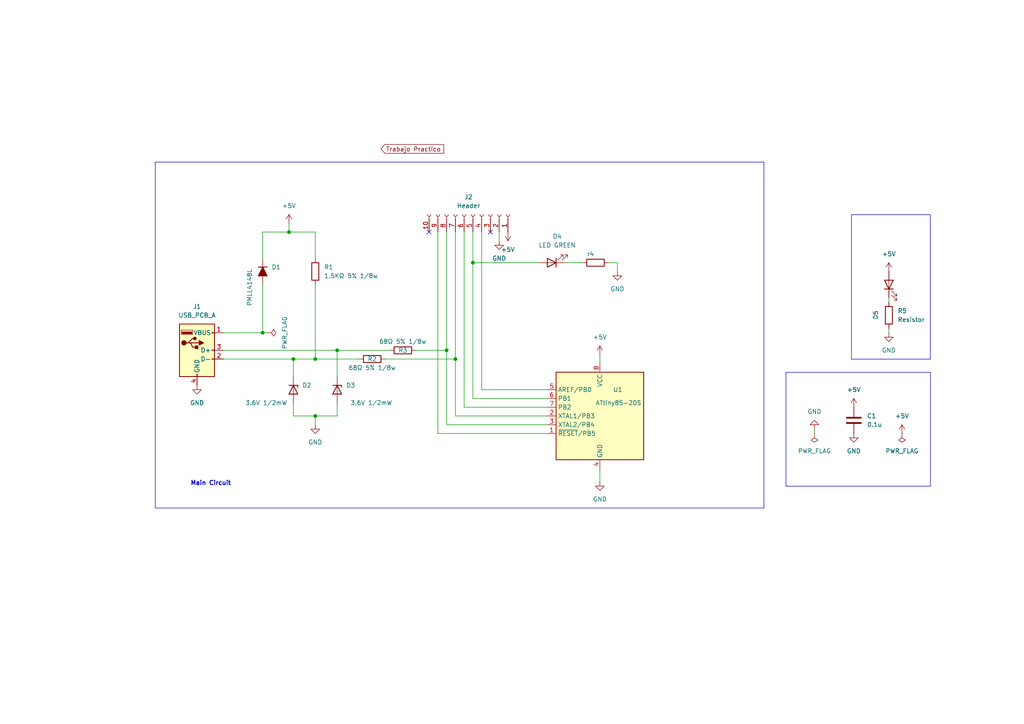
<source format=kicad_sch>
(kicad_sch (version 20230121) (generator eeschema)

  (uuid f2c20679-f28d-47ad-9191-2bfbde129570)

  (paper "A4")

  (title_block
    (date "2024-03-18")
    (rev "version Test2024")
    (company "UCC")
    (comment 1 "proyectoBase2024")
  )

  (lib_symbols
    (symbol "+5V_1" (power) (pin_names (offset 0)) (in_bom yes) (on_board yes)
      (property "Reference" "#PWR" (at 0 -3.81 0)
        (effects (font (size 1.27 1.27)) hide)
      )
      (property "Value" "+5V_1" (at 0 3.556 0)
        (effects (font (size 1.27 1.27)))
      )
      (property "Footprint" "" (at 0 0 0)
        (effects (font (size 1.27 1.27)) hide)
      )
      (property "Datasheet" "" (at 0 0 0)
        (effects (font (size 1.27 1.27)) hide)
      )
      (property "ki_keywords" "global power" (at 0 0 0)
        (effects (font (size 1.27 1.27)) hide)
      )
      (property "ki_description" "Power symbol creates a global label with name \"+5V\"" (at 0 0 0)
        (effects (font (size 1.27 1.27)) hide)
      )
      (symbol "+5V_1_0_1"
        (polyline
          (pts
            (xy -0.762 1.27)
            (xy 0 2.54)
          )
          (stroke (width 0) (type default))
          (fill (type none))
        )
        (polyline
          (pts
            (xy 0 0)
            (xy 0 2.54)
          )
          (stroke (width 0) (type default))
          (fill (type none))
        )
        (polyline
          (pts
            (xy 0 2.54)
            (xy 0.762 1.27)
          )
          (stroke (width 0) (type default))
          (fill (type none))
        )
      )
      (symbol "+5V_1_1_1"
        (pin power_in line (at 0 0 90) (length 0) hide
          (name "+5V" (effects (font (size 1.27 1.27))))
          (number "1" (effects (font (size 1.27 1.27))))
        )
      )
    )
    (symbol "Connector:Conn_01x10_Socket" (pin_names (offset 1.016) hide) (in_bom yes) (on_board yes)
      (property "Reference" "J" (at 0 12.7 0)
        (effects (font (size 1.27 1.27)))
      )
      (property "Value" "Conn_01x10_Socket" (at 0 -15.24 0)
        (effects (font (size 1.27 1.27)))
      )
      (property "Footprint" "" (at 0 0 0)
        (effects (font (size 1.27 1.27)) hide)
      )
      (property "Datasheet" "~" (at 0 0 0)
        (effects (font (size 1.27 1.27)) hide)
      )
      (property "ki_locked" "" (at 0 0 0)
        (effects (font (size 1.27 1.27)))
      )
      (property "ki_keywords" "connector" (at 0 0 0)
        (effects (font (size 1.27 1.27)) hide)
      )
      (property "ki_description" "Generic connector, single row, 01x10, script generated" (at 0 0 0)
        (effects (font (size 1.27 1.27)) hide)
      )
      (property "ki_fp_filters" "Connector*:*_1x??_*" (at 0 0 0)
        (effects (font (size 1.27 1.27)) hide)
      )
      (symbol "Conn_01x10_Socket_1_1"
        (arc (start 0 -12.192) (mid -0.5058 -12.7) (end 0 -13.208)
          (stroke (width 0.1524) (type default))
          (fill (type none))
        )
        (arc (start 0 -9.652) (mid -0.5058 -10.16) (end 0 -10.668)
          (stroke (width 0.1524) (type default))
          (fill (type none))
        )
        (arc (start 0 -7.112) (mid -0.5058 -7.62) (end 0 -8.128)
          (stroke (width 0.1524) (type default))
          (fill (type none))
        )
        (arc (start 0 -4.572) (mid -0.5058 -5.08) (end 0 -5.588)
          (stroke (width 0.1524) (type default))
          (fill (type none))
        )
        (arc (start 0 -2.032) (mid -0.5058 -2.54) (end 0 -3.048)
          (stroke (width 0.1524) (type default))
          (fill (type none))
        )
        (polyline
          (pts
            (xy -1.27 -12.7)
            (xy -0.508 -12.7)
          )
          (stroke (width 0.1524) (type default))
          (fill (type none))
        )
        (polyline
          (pts
            (xy -1.27 -10.16)
            (xy -0.508 -10.16)
          )
          (stroke (width 0.1524) (type default))
          (fill (type none))
        )
        (polyline
          (pts
            (xy -1.27 -7.62)
            (xy -0.508 -7.62)
          )
          (stroke (width 0.1524) (type default))
          (fill (type none))
        )
        (polyline
          (pts
            (xy -1.27 -5.08)
            (xy -0.508 -5.08)
          )
          (stroke (width 0.1524) (type default))
          (fill (type none))
        )
        (polyline
          (pts
            (xy -1.27 -2.54)
            (xy -0.508 -2.54)
          )
          (stroke (width 0.1524) (type default))
          (fill (type none))
        )
        (polyline
          (pts
            (xy -1.27 0)
            (xy -0.508 0)
          )
          (stroke (width 0.1524) (type default))
          (fill (type none))
        )
        (polyline
          (pts
            (xy -1.27 2.54)
            (xy -0.508 2.54)
          )
          (stroke (width 0.1524) (type default))
          (fill (type none))
        )
        (polyline
          (pts
            (xy -1.27 5.08)
            (xy -0.508 5.08)
          )
          (stroke (width 0.1524) (type default))
          (fill (type none))
        )
        (polyline
          (pts
            (xy -1.27 7.62)
            (xy -0.508 7.62)
          )
          (stroke (width 0.1524) (type default))
          (fill (type none))
        )
        (polyline
          (pts
            (xy -1.27 10.16)
            (xy -0.508 10.16)
          )
          (stroke (width 0.1524) (type default))
          (fill (type none))
        )
        (arc (start 0 0.508) (mid -0.5058 0) (end 0 -0.508)
          (stroke (width 0.1524) (type default))
          (fill (type none))
        )
        (arc (start 0 3.048) (mid -0.5058 2.54) (end 0 2.032)
          (stroke (width 0.1524) (type default))
          (fill (type none))
        )
        (arc (start 0 5.588) (mid -0.5058 5.08) (end 0 4.572)
          (stroke (width 0.1524) (type default))
          (fill (type none))
        )
        (arc (start 0 8.128) (mid -0.5058 7.62) (end 0 7.112)
          (stroke (width 0.1524) (type default))
          (fill (type none))
        )
        (arc (start 0 10.668) (mid -0.5058 10.16) (end 0 9.652)
          (stroke (width 0.1524) (type default))
          (fill (type none))
        )
        (pin passive line (at -5.08 10.16 0) (length 3.81)
          (name "Pin_1" (effects (font (size 1.27 1.27))))
          (number "1" (effects (font (size 1.27 1.27))))
        )
        (pin passive line (at -5.08 -12.7 0) (length 3.81)
          (name "Pin_10" (effects (font (size 1.27 1.27))))
          (number "10" (effects (font (size 1.27 1.27))))
        )
        (pin passive line (at -5.08 7.62 0) (length 3.81)
          (name "Pin_2" (effects (font (size 1.27 1.27))))
          (number "2" (effects (font (size 1.27 1.27))))
        )
        (pin passive line (at -5.08 5.08 0) (length 3.81)
          (name "Pin_3" (effects (font (size 1.27 1.27))))
          (number "3" (effects (font (size 1.27 1.27))))
        )
        (pin passive line (at -5.08 2.54 0) (length 3.81)
          (name "Pin_4" (effects (font (size 1.27 1.27))))
          (number "4" (effects (font (size 1.27 1.27))))
        )
        (pin passive line (at -5.08 0 0) (length 3.81)
          (name "Pin_5" (effects (font (size 1.27 1.27))))
          (number "5" (effects (font (size 1.27 1.27))))
        )
        (pin passive line (at -5.08 -2.54 0) (length 3.81)
          (name "Pin_6" (effects (font (size 1.27 1.27))))
          (number "6" (effects (font (size 1.27 1.27))))
        )
        (pin passive line (at -5.08 -5.08 0) (length 3.81)
          (name "Pin_7" (effects (font (size 1.27 1.27))))
          (number "7" (effects (font (size 1.27 1.27))))
        )
        (pin passive line (at -5.08 -7.62 0) (length 3.81)
          (name "Pin_8" (effects (font (size 1.27 1.27))))
          (number "8" (effects (font (size 1.27 1.27))))
        )
        (pin passive line (at -5.08 -10.16 0) (length 3.81)
          (name "Pin_9" (effects (font (size 1.27 1.27))))
          (number "9" (effects (font (size 1.27 1.27))))
        )
      )
    )
    (symbol "Connector:USB_A" (pin_names (offset 1.016)) (in_bom yes) (on_board yes)
      (property "Reference" "J2" (at 0 12.7 0)
        (effects (font (size 1.27 1.27)))
      )
      (property "Value" "USB_A" (at 0 10.16 0)
        (effects (font (size 1.27 1.27)))
      )
      (property "Footprint" "" (at 3.81 -1.27 0)
        (effects (font (size 1.27 1.27)) hide)
      )
      (property "Datasheet" " ~" (at 3.81 -1.27 0)
        (effects (font (size 1.27 1.27)) hide)
      )
      (property "ki_keywords" "connector USB" (at 0 0 0)
        (effects (font (size 1.27 1.27)) hide)
      )
      (property "ki_description" "USB Type A connector" (at 0 0 0)
        (effects (font (size 1.27 1.27)) hide)
      )
      (property "ki_fp_filters" "USB*" (at 0 0 0)
        (effects (font (size 1.27 1.27)) hide)
      )
      (symbol "USB_A_0_1"
        (rectangle (start -5.08 -7.62) (end 5.08 7.62)
          (stroke (width 0.254) (type default))
          (fill (type background))
        )
        (circle (center -3.81 2.159) (radius 0.635)
          (stroke (width 0.254) (type default))
          (fill (type outline))
        )
        (rectangle (start -1.524 4.826) (end -4.318 5.334)
          (stroke (width 0) (type default))
          (fill (type outline))
        )
        (rectangle (start -1.27 4.572) (end -4.572 5.842)
          (stroke (width 0) (type default))
          (fill (type none))
        )
        (circle (center -0.635 3.429) (radius 0.381)
          (stroke (width 0.254) (type default))
          (fill (type outline))
        )
        (rectangle (start -0.127 -7.62) (end 0.127 -6.858)
          (stroke (width 0) (type default))
          (fill (type none))
        )
        (polyline
          (pts
            (xy -3.175 2.159)
            (xy -2.54 2.159)
            (xy -1.27 3.429)
            (xy -0.635 3.429)
          )
          (stroke (width 0.254) (type default))
          (fill (type none))
        )
        (polyline
          (pts
            (xy -2.54 2.159)
            (xy -1.905 2.159)
            (xy -1.27 0.889)
            (xy 0 0.889)
          )
          (stroke (width 0.254) (type default))
          (fill (type none))
        )
        (polyline
          (pts
            (xy 0.635 2.794)
            (xy 0.635 1.524)
            (xy 1.905 2.159)
            (xy 0.635 2.794)
          )
          (stroke (width 0.254) (type default))
          (fill (type outline))
        )
        (rectangle (start 0.254 1.27) (end -0.508 0.508)
          (stroke (width 0.254) (type default))
          (fill (type outline))
        )
        (rectangle (start 5.08 -2.667) (end 4.318 -2.413)
          (stroke (width 0) (type default))
          (fill (type none))
        )
        (rectangle (start 5.08 -0.127) (end 4.318 0.127)
          (stroke (width 0) (type default))
          (fill (type none))
        )
        (rectangle (start 5.08 4.953) (end 4.318 5.207)
          (stroke (width 0) (type default))
          (fill (type none))
        )
      )
      (symbol "USB_A_1_1"
        (polyline
          (pts
            (xy -1.905 2.159)
            (xy 0.635 2.159)
          )
          (stroke (width 0.254) (type default))
          (fill (type none))
        )
        (pin power_in line (at 7.62 5.08 180) (length 2.54)
          (name "VBUS" (effects (font (size 1.27 1.27))))
          (number "1" (effects (font (size 1.27 1.27))))
        )
        (pin bidirectional line (at 7.62 -2.54 180) (length 2.54)
          (name "D-" (effects (font (size 1.27 1.27))))
          (number "2" (effects (font (size 1.27 1.27))))
        )
        (pin bidirectional line (at 7.62 0 180) (length 2.54)
          (name "D+" (effects (font (size 1.27 1.27))))
          (number "3" (effects (font (size 1.27 1.27))))
        )
        (pin power_in line (at 0 -10.16 90) (length 2.54)
          (name "GND" (effects (font (size 1.27 1.27))))
          (number "4" (effects (font (size 1.27 1.27))))
        )
      )
    )
    (symbol "D_Filled_1" (pin_numbers hide) (pin_names (offset 1.016) hide) (in_bom yes) (on_board yes)
      (property "Reference" "D" (at 0 2.54 0)
        (effects (font (size 1.27 1.27)))
      )
      (property "Value" "D_Filled" (at 0 -2.54 0)
        (effects (font (size 1.27 1.27)))
      )
      (property "Footprint" "" (at 0 0 0)
        (effects (font (size 1.27 1.27)) hide)
      )
      (property "Datasheet" "~" (at 0 0 0)
        (effects (font (size 1.27 1.27)) hide)
      )
      (property "Sim.Device" "D" (at 0 0 0)
        (effects (font (size 1.27 1.27)) hide)
      )
      (property "Sim.Pins" "1=K 2=A" (at 0 0 0)
        (effects (font (size 1.27 1.27)) hide)
      )
      (property "ki_keywords" "diode" (at 0 0 0)
        (effects (font (size 1.27 1.27)) hide)
      )
      (property "ki_description" "Diode, filled shape" (at 0 0 0)
        (effects (font (size 1.27 1.27)) hide)
      )
      (property "ki_fp_filters" "TO-???* *_Diode_* *SingleDiode* D_*" (at 0 0 0)
        (effects (font (size 1.27 1.27)) hide)
      )
      (symbol "D_Filled_1_0_1"
        (polyline
          (pts
            (xy -1.27 1.27)
            (xy -1.27 -1.27)
          )
          (stroke (width 0.254) (type default))
          (fill (type none))
        )
        (polyline
          (pts
            (xy 1.27 0)
            (xy -1.27 0)
          )
          (stroke (width 0) (type default))
          (fill (type none))
        )
        (polyline
          (pts
            (xy 1.27 1.27)
            (xy 1.27 -1.27)
            (xy -1.27 0)
            (xy 1.27 1.27)
          )
          (stroke (width 0.254) (type default))
          (fill (type outline))
        )
      )
      (symbol "D_Filled_1_1_1"
        (pin passive line (at -3.81 0 0) (length 2.54)
          (name "K" (effects (font (size 1.27 1.27))))
          (number "1" (effects (font (size 1.27 1.27))))
        )
        (pin passive line (at 3.81 0 180) (length 2.54)
          (name "A" (effects (font (size 1.27 1.27))))
          (number "2" (effects (font (size 1.27 1.27))))
        )
      )
    )
    (symbol "Device:C" (pin_numbers hide) (pin_names (offset 0.254)) (in_bom yes) (on_board yes)
      (property "Reference" "C" (at 0.635 2.54 0)
        (effects (font (size 1.27 1.27)) (justify left))
      )
      (property "Value" "C" (at 0.635 -2.54 0)
        (effects (font (size 1.27 1.27)) (justify left))
      )
      (property "Footprint" "" (at 0.9652 -3.81 0)
        (effects (font (size 1.27 1.27)) hide)
      )
      (property "Datasheet" "~" (at 0 0 0)
        (effects (font (size 1.27 1.27)) hide)
      )
      (property "ki_keywords" "cap capacitor" (at 0 0 0)
        (effects (font (size 1.27 1.27)) hide)
      )
      (property "ki_description" "Unpolarized capacitor" (at 0 0 0)
        (effects (font (size 1.27 1.27)) hide)
      )
      (property "ki_fp_filters" "C_*" (at 0 0 0)
        (effects (font (size 1.27 1.27)) hide)
      )
      (symbol "C_0_1"
        (polyline
          (pts
            (xy -2.032 -0.762)
            (xy 2.032 -0.762)
          )
          (stroke (width 0.508) (type default))
          (fill (type none))
        )
        (polyline
          (pts
            (xy -2.032 0.762)
            (xy 2.032 0.762)
          )
          (stroke (width 0.508) (type default))
          (fill (type none))
        )
      )
      (symbol "C_1_1"
        (pin passive line (at 0 3.81 270) (length 2.794)
          (name "~" (effects (font (size 1.27 1.27))))
          (number "1" (effects (font (size 1.27 1.27))))
        )
        (pin passive line (at 0 -3.81 90) (length 2.794)
          (name "~" (effects (font (size 1.27 1.27))))
          (number "2" (effects (font (size 1.27 1.27))))
        )
      )
    )
    (symbol "Device:D_Zener" (pin_numbers hide) (pin_names (offset 1.016) hide) (in_bom yes) (on_board yes)
      (property "Reference" "D" (at 0 2.54 0)
        (effects (font (size 1.27 1.27)))
      )
      (property "Value" "D_Zener" (at 0 -2.54 0)
        (effects (font (size 1.27 1.27)))
      )
      (property "Footprint" "" (at 0 0 0)
        (effects (font (size 1.27 1.27)) hide)
      )
      (property "Datasheet" "~" (at 0 0 0)
        (effects (font (size 1.27 1.27)) hide)
      )
      (property "ki_keywords" "diode" (at 0 0 0)
        (effects (font (size 1.27 1.27)) hide)
      )
      (property "ki_description" "Zener diode" (at 0 0 0)
        (effects (font (size 1.27 1.27)) hide)
      )
      (property "ki_fp_filters" "TO-???* *_Diode_* *SingleDiode* D_*" (at 0 0 0)
        (effects (font (size 1.27 1.27)) hide)
      )
      (symbol "D_Zener_0_1"
        (polyline
          (pts
            (xy 1.27 0)
            (xy -1.27 0)
          )
          (stroke (width 0) (type default))
          (fill (type none))
        )
        (polyline
          (pts
            (xy -1.27 -1.27)
            (xy -1.27 1.27)
            (xy -0.762 1.27)
          )
          (stroke (width 0.254) (type default))
          (fill (type none))
        )
        (polyline
          (pts
            (xy 1.27 -1.27)
            (xy 1.27 1.27)
            (xy -1.27 0)
            (xy 1.27 -1.27)
          )
          (stroke (width 0.254) (type default))
          (fill (type none))
        )
      )
      (symbol "D_Zener_1_1"
        (pin passive line (at -3.81 0 0) (length 2.54)
          (name "K" (effects (font (size 1.27 1.27))))
          (number "1" (effects (font (size 1.27 1.27))))
        )
        (pin passive line (at 3.81 0 180) (length 2.54)
          (name "A" (effects (font (size 1.27 1.27))))
          (number "2" (effects (font (size 1.27 1.27))))
        )
      )
    )
    (symbol "Device:LED" (pin_numbers hide) (pin_names (offset 1.016) hide) (in_bom yes) (on_board yes)
      (property "Reference" "D" (at 0 2.54 0)
        (effects (font (size 1.27 1.27)))
      )
      (property "Value" "LED" (at 0 -2.54 0)
        (effects (font (size 1.27 1.27)))
      )
      (property "Footprint" "" (at 0 0 0)
        (effects (font (size 1.27 1.27)) hide)
      )
      (property "Datasheet" "~" (at 0 0 0)
        (effects (font (size 1.27 1.27)) hide)
      )
      (property "ki_keywords" "LED diode" (at 0 0 0)
        (effects (font (size 1.27 1.27)) hide)
      )
      (property "ki_description" "Light emitting diode" (at 0 0 0)
        (effects (font (size 1.27 1.27)) hide)
      )
      (property "ki_fp_filters" "LED* LED_SMD:* LED_THT:*" (at 0 0 0)
        (effects (font (size 1.27 1.27)) hide)
      )
      (symbol "LED_0_1"
        (polyline
          (pts
            (xy -1.27 -1.27)
            (xy -1.27 1.27)
          )
          (stroke (width 0.254) (type default))
          (fill (type none))
        )
        (polyline
          (pts
            (xy -1.27 0)
            (xy 1.27 0)
          )
          (stroke (width 0) (type default))
          (fill (type none))
        )
        (polyline
          (pts
            (xy 1.27 -1.27)
            (xy 1.27 1.27)
            (xy -1.27 0)
            (xy 1.27 -1.27)
          )
          (stroke (width 0.254) (type default))
          (fill (type none))
        )
        (polyline
          (pts
            (xy -3.048 -0.762)
            (xy -4.572 -2.286)
            (xy -3.81 -2.286)
            (xy -4.572 -2.286)
            (xy -4.572 -1.524)
          )
          (stroke (width 0) (type default))
          (fill (type none))
        )
        (polyline
          (pts
            (xy -1.778 -0.762)
            (xy -3.302 -2.286)
            (xy -2.54 -2.286)
            (xy -3.302 -2.286)
            (xy -3.302 -1.524)
          )
          (stroke (width 0) (type default))
          (fill (type none))
        )
      )
      (symbol "LED_1_1"
        (pin passive line (at -3.81 0 0) (length 2.54)
          (name "K" (effects (font (size 1.27 1.27))))
          (number "1" (effects (font (size 1.27 1.27))))
        )
        (pin passive line (at 3.81 0 180) (length 2.54)
          (name "A" (effects (font (size 1.27 1.27))))
          (number "2" (effects (font (size 1.27 1.27))))
        )
      )
    )
    (symbol "Device:R" (pin_numbers hide) (pin_names (offset 0)) (in_bom yes) (on_board yes)
      (property "Reference" "R" (at 2.032 0 90)
        (effects (font (size 1.27 1.27)))
      )
      (property "Value" "R" (at 0 0 90)
        (effects (font (size 1.27 1.27)))
      )
      (property "Footprint" "" (at -1.778 0 90)
        (effects (font (size 1.27 1.27)) hide)
      )
      (property "Datasheet" "~" (at 0 0 0)
        (effects (font (size 1.27 1.27)) hide)
      )
      (property "ki_keywords" "R res resistor" (at 0 0 0)
        (effects (font (size 1.27 1.27)) hide)
      )
      (property "ki_description" "Resistor" (at 0 0 0)
        (effects (font (size 1.27 1.27)) hide)
      )
      (property "ki_fp_filters" "R_*" (at 0 0 0)
        (effects (font (size 1.27 1.27)) hide)
      )
      (symbol "R_0_1"
        (rectangle (start -1.016 -2.54) (end 1.016 2.54)
          (stroke (width 0.254) (type default))
          (fill (type none))
        )
      )
      (symbol "R_1_1"
        (pin passive line (at 0 3.81 270) (length 1.27)
          (name "~" (effects (font (size 1.27 1.27))))
          (number "1" (effects (font (size 1.27 1.27))))
        )
        (pin passive line (at 0 -3.81 90) (length 1.27)
          (name "~" (effects (font (size 1.27 1.27))))
          (number "2" (effects (font (size 1.27 1.27))))
        )
      )
    )
    (symbol "GND_1" (power) (pin_names (offset 0)) (in_bom yes) (on_board yes)
      (property "Reference" "#PWR" (at 0 -6.35 0)
        (effects (font (size 1.27 1.27)) hide)
      )
      (property "Value" "GND_1" (at 0 -3.81 0)
        (effects (font (size 1.27 1.27)))
      )
      (property "Footprint" "" (at 0 0 0)
        (effects (font (size 1.27 1.27)) hide)
      )
      (property "Datasheet" "" (at 0 0 0)
        (effects (font (size 1.27 1.27)) hide)
      )
      (property "ki_keywords" "global power" (at 0 0 0)
        (effects (font (size 1.27 1.27)) hide)
      )
      (property "ki_description" "Power symbol creates a global label with name \"GND\" , ground" (at 0 0 0)
        (effects (font (size 1.27 1.27)) hide)
      )
      (symbol "GND_1_0_1"
        (polyline
          (pts
            (xy 0 0)
            (xy 0 -1.27)
            (xy 1.27 -1.27)
            (xy 0 -2.54)
            (xy -1.27 -1.27)
            (xy 0 -1.27)
          )
          (stroke (width 0) (type default))
          (fill (type none))
        )
      )
      (symbol "GND_1_1_1"
        (pin power_in line (at 0 0 270) (length 0) hide
          (name "GND" (effects (font (size 1.27 1.27))))
          (number "1" (effects (font (size 1.27 1.27))))
        )
      )
    )
    (symbol "MCU_Microchip_ATtiny:ATtiny85-20S" (in_bom yes) (on_board yes)
      (property "Reference" "U" (at -12.7 13.97 0)
        (effects (font (size 1.27 1.27)) (justify left bottom))
      )
      (property "Value" "ATtiny85-20S" (at 2.54 -13.97 0)
        (effects (font (size 1.27 1.27)) (justify left top))
      )
      (property "Footprint" "Package_SO:SOIC-8W_5.3x5.3mm_P1.27mm" (at 0 0 0)
        (effects (font (size 1.27 1.27) italic) hide)
      )
      (property "Datasheet" "http://ww1.microchip.com/downloads/en/DeviceDoc/atmel-2586-avr-8-bit-microcontroller-attiny25-attiny45-attiny85_datasheet.pdf" (at 0 0 0)
        (effects (font (size 1.27 1.27)) hide)
      )
      (property "ki_keywords" "AVR 8bit Microcontroller tinyAVR" (at 0 0 0)
        (effects (font (size 1.27 1.27)) hide)
      )
      (property "ki_description" "20MHz, 8kB Flash, 512B SRAM, 512B EEPROM, debugWIRE, SOIC-8W" (at 0 0 0)
        (effects (font (size 1.27 1.27)) hide)
      )
      (property "ki_fp_filters" "SOIC*5.3x5.3mm*P1.27mm*" (at 0 0 0)
        (effects (font (size 1.27 1.27)) hide)
      )
      (symbol "ATtiny85-20S_0_1"
        (rectangle (start -12.7 -12.7) (end 12.7 12.7)
          (stroke (width 0.254) (type default))
          (fill (type background))
        )
      )
      (symbol "ATtiny85-20S_1_1"
        (pin bidirectional line (at 15.24 -5.08 180) (length 2.54)
          (name "~{RESET}/PB5" (effects (font (size 1.27 1.27))))
          (number "1" (effects (font (size 1.27 1.27))))
        )
        (pin bidirectional line (at 15.24 0 180) (length 2.54)
          (name "XTAL1/PB3" (effects (font (size 1.27 1.27))))
          (number "2" (effects (font (size 1.27 1.27))))
        )
        (pin bidirectional line (at 15.24 -2.54 180) (length 2.54)
          (name "XTAL2/PB4" (effects (font (size 1.27 1.27))))
          (number "3" (effects (font (size 1.27 1.27))))
        )
        (pin power_in line (at 0 -15.24 90) (length 2.54)
          (name "GND" (effects (font (size 1.27 1.27))))
          (number "4" (effects (font (size 1.27 1.27))))
        )
        (pin bidirectional line (at 15.24 7.62 180) (length 2.54)
          (name "AREF/PB0" (effects (font (size 1.27 1.27))))
          (number "5" (effects (font (size 1.27 1.27))))
        )
        (pin bidirectional line (at 15.24 5.08 180) (length 2.54)
          (name "PB1" (effects (font (size 1.27 1.27))))
          (number "6" (effects (font (size 1.27 1.27))))
        )
        (pin bidirectional line (at 15.24 2.54 180) (length 2.54)
          (name "PB2" (effects (font (size 1.27 1.27))))
          (number "7" (effects (font (size 1.27 1.27))))
        )
        (pin power_in line (at 0 15.24 270) (length 2.54)
          (name "VCC" (effects (font (size 1.27 1.27))))
          (number "8" (effects (font (size 1.27 1.27))))
        )
      )
    )
    (symbol "PWR_FLAG_1" (power) (pin_numbers hide) (pin_names (offset 0) hide) (in_bom yes) (on_board yes)
      (property "Reference" "#FLG" (at 0 1.905 0)
        (effects (font (size 1.27 1.27)) hide)
      )
      (property "Value" "PWR_FLAG_1" (at 0 3.81 0)
        (effects (font (size 1.27 1.27)))
      )
      (property "Footprint" "" (at 0 0 0)
        (effects (font (size 1.27 1.27)) hide)
      )
      (property "Datasheet" "~" (at 0 0 0)
        (effects (font (size 1.27 1.27)) hide)
      )
      (property "ki_keywords" "flag power" (at 0 0 0)
        (effects (font (size 1.27 1.27)) hide)
      )
      (property "ki_description" "Special symbol for telling ERC where power comes from" (at 0 0 0)
        (effects (font (size 1.27 1.27)) hide)
      )
      (symbol "PWR_FLAG_1_0_0"
        (pin power_out line (at 0 0 90) (length 0)
          (name "pwr" (effects (font (size 1.27 1.27))))
          (number "1" (effects (font (size 1.27 1.27))))
        )
      )
      (symbol "PWR_FLAG_1_0_1"
        (polyline
          (pts
            (xy 0 0)
            (xy 0 1.27)
            (xy -1.016 1.905)
            (xy 0 2.54)
            (xy 1.016 1.905)
            (xy 0 1.27)
          )
          (stroke (width 0) (type default))
          (fill (type none))
        )
      )
    )
    (symbol "power:+5V" (power) (pin_names (offset 0)) (in_bom yes) (on_board yes)
      (property "Reference" "#PWR" (at 0 -3.81 0)
        (effects (font (size 1.27 1.27)) hide)
      )
      (property "Value" "+5V" (at 0 3.556 0)
        (effects (font (size 1.27 1.27)))
      )
      (property "Footprint" "" (at 0 0 0)
        (effects (font (size 1.27 1.27)) hide)
      )
      (property "Datasheet" "" (at 0 0 0)
        (effects (font (size 1.27 1.27)) hide)
      )
      (property "ki_keywords" "global power" (at 0 0 0)
        (effects (font (size 1.27 1.27)) hide)
      )
      (property "ki_description" "Power symbol creates a global label with name \"+5V\"" (at 0 0 0)
        (effects (font (size 1.27 1.27)) hide)
      )
      (symbol "+5V_0_1"
        (polyline
          (pts
            (xy -0.762 1.27)
            (xy 0 2.54)
          )
          (stroke (width 0) (type default))
          (fill (type none))
        )
        (polyline
          (pts
            (xy 0 0)
            (xy 0 2.54)
          )
          (stroke (width 0) (type default))
          (fill (type none))
        )
        (polyline
          (pts
            (xy 0 2.54)
            (xy 0.762 1.27)
          )
          (stroke (width 0) (type default))
          (fill (type none))
        )
      )
      (symbol "+5V_1_1"
        (pin power_in line (at 0 0 90) (length 0) hide
          (name "+5V" (effects (font (size 1.27 1.27))))
          (number "1" (effects (font (size 1.27 1.27))))
        )
      )
    )
    (symbol "power:GND" (power) (pin_names (offset 0)) (in_bom yes) (on_board yes)
      (property "Reference" "#PWR" (at 0 -6.35 0)
        (effects (font (size 1.27 1.27)) hide)
      )
      (property "Value" "GND" (at 0 -3.81 0)
        (effects (font (size 1.27 1.27)))
      )
      (property "Footprint" "" (at 0 0 0)
        (effects (font (size 1.27 1.27)) hide)
      )
      (property "Datasheet" "" (at 0 0 0)
        (effects (font (size 1.27 1.27)) hide)
      )
      (property "ki_keywords" "global power" (at 0 0 0)
        (effects (font (size 1.27 1.27)) hide)
      )
      (property "ki_description" "Power symbol creates a global label with name \"GND\" , ground" (at 0 0 0)
        (effects (font (size 1.27 1.27)) hide)
      )
      (symbol "GND_0_1"
        (polyline
          (pts
            (xy 0 0)
            (xy 0 -1.27)
            (xy 1.27 -1.27)
            (xy 0 -2.54)
            (xy -1.27 -1.27)
            (xy 0 -1.27)
          )
          (stroke (width 0) (type default))
          (fill (type none))
        )
      )
      (symbol "GND_1_1"
        (pin power_in line (at 0 0 270) (length 0) hide
          (name "GND" (effects (font (size 1.27 1.27))))
          (number "1" (effects (font (size 1.27 1.27))))
        )
      )
    )
    (symbol "power:PWR_FLAG" (power) (pin_numbers hide) (pin_names (offset 0) hide) (in_bom yes) (on_board yes)
      (property "Reference" "#FLG" (at 0 1.905 0)
        (effects (font (size 1.27 1.27)) hide)
      )
      (property "Value" "PWR_FLAG" (at 0 3.81 0)
        (effects (font (size 1.27 1.27)))
      )
      (property "Footprint" "" (at 0 0 0)
        (effects (font (size 1.27 1.27)) hide)
      )
      (property "Datasheet" "~" (at 0 0 0)
        (effects (font (size 1.27 1.27)) hide)
      )
      (property "ki_keywords" "flag power" (at 0 0 0)
        (effects (font (size 1.27 1.27)) hide)
      )
      (property "ki_description" "Special symbol for telling ERC where power comes from" (at 0 0 0)
        (effects (font (size 1.27 1.27)) hide)
      )
      (symbol "PWR_FLAG_0_0"
        (pin power_out line (at 0 0 90) (length 0)
          (name "pwr" (effects (font (size 1.27 1.27))))
          (number "1" (effects (font (size 1.27 1.27))))
        )
      )
      (symbol "PWR_FLAG_0_1"
        (polyline
          (pts
            (xy 0 0)
            (xy 0 1.27)
            (xy -1.016 1.905)
            (xy 0 2.54)
            (xy 1.016 1.905)
            (xy 0 1.27)
          )
          (stroke (width 0) (type default))
          (fill (type none))
        )
      )
    )
  )

  (junction (at 91.44 120.65) (diameter 0) (color 0 0 0 0)
    (uuid 1ab052a3-930b-466e-8c1d-bc456a1a5dcf)
  )
  (junction (at 83.82 67.31) (diameter 0) (color 0 0 0 0)
    (uuid 45e23898-725d-4312-9589-842bbc39b85b)
  )
  (junction (at 132.08 104.14) (diameter 0) (color 0 0 0 0)
    (uuid 481ddf00-8ee9-4b84-803c-6e5e79fb2c31)
  )
  (junction (at 76.2 96.52) (diameter 0) (color 0 0 0 0)
    (uuid 5c457f48-7e66-45e6-91aa-dd4eaf566f85)
  )
  (junction (at 129.54 101.6) (diameter 0) (color 0 0 0 0)
    (uuid 5c47a041-381e-4de3-a656-d00ea1d54ff7)
  )
  (junction (at 97.79 101.6) (diameter 0) (color 0 0 0 0)
    (uuid 68066a66-e828-4db4-97d0-196b695096e0)
  )
  (junction (at 91.44 104.14) (diameter 0) (color 0 0 0 0)
    (uuid 6ce1fcd0-6a71-4830-9bc3-f4d472301826)
  )
  (junction (at 85.09 104.14) (diameter 0) (color 0 0 0 0)
    (uuid d7e9bd2a-b6d1-49f1-98dd-82d601384003)
  )
  (junction (at 137.16 76.2) (diameter 0) (color 0 0 0 0)
    (uuid fd9afc53-80fb-4ebd-b590-bbb87aff09ec)
  )

  (no_connect (at 124.46 67.31) (uuid 9bb30bfb-16bc-4c5a-9cd2-a5f45cc8b0e6))
  (no_connect (at 142.24 67.31) (uuid fdf6e6d7-e850-4150-a1a8-4151760480a8))

  (wire (pts (xy 91.44 123.19) (xy 91.44 120.65))
    (stroke (width 0) (type default))
    (uuid 0976787b-2869-4c27-9a7a-e997cdb9870d)
  )
  (wire (pts (xy 76.2 96.52) (xy 76.2 82.55))
    (stroke (width 0) (type default))
    (uuid 0a54225d-52ed-4bb2-b3ac-6900dc7831ec)
  )
  (polyline (pts (xy 45.0342 147.3454) (xy 45.0342 47.0154))
    (stroke (width 0) (type default))
    (uuid 12c67071-fe67-4f47-a0ca-3ef1ab2bc966)
  )

  (wire (pts (xy 179.07 78.74) (xy 179.07 76.2))
    (stroke (width 0) (type default))
    (uuid 13e1a05f-6ab3-4922-a450-db9eb2d607da)
  )
  (wire (pts (xy 173.99 102.87) (xy 173.99 105.41))
    (stroke (width 0) (type default))
    (uuid 14ba6f10-1d90-434e-82f9-beea4191836c)
  )
  (wire (pts (xy 64.77 101.6) (xy 97.79 101.6))
    (stroke (width 0) (type default))
    (uuid 17b50c2c-b293-4b9b-8068-b5ab461b9248)
  )
  (wire (pts (xy 91.44 104.14) (xy 104.14 104.14))
    (stroke (width 0) (type default))
    (uuid 1b2b44db-a6a1-4e82-9279-c26a94634823)
  )
  (wire (pts (xy 91.44 120.65) (xy 85.09 120.65))
    (stroke (width 0) (type default))
    (uuid 1c5e0c93-0483-4299-ab72-26e622dc8bdf)
  )
  (polyline (pts (xy 221.5642 47.0154) (xy 221.5642 147.3454))
    (stroke (width 0) (type default))
    (uuid 1f5f82f7-3c3e-40e2-9a00-ce83a042d5ac)
  )

  (wire (pts (xy 85.09 120.65) (xy 85.09 116.84))
    (stroke (width 0) (type default))
    (uuid 227908f5-0c7d-4c72-9d00-060e7addb5fb)
  )
  (wire (pts (xy 132.08 67.31) (xy 132.08 104.14))
    (stroke (width 0) (type default))
    (uuid 3bbb1157-3568-4d5a-8396-016b85c3593a)
  )
  (wire (pts (xy 83.82 64.77) (xy 83.82 67.31))
    (stroke (width 0) (type default))
    (uuid 410248ad-2904-4812-8d85-850535af93ee)
  )
  (wire (pts (xy 129.54 123.19) (xy 158.75 123.19))
    (stroke (width 0) (type default))
    (uuid 47c347d0-4661-41ce-9b6f-0de6049c150b)
  )
  (wire (pts (xy 76.2 67.31) (xy 76.2 74.93))
    (stroke (width 0) (type default))
    (uuid 4c2df597-1210-449c-9045-650fb6953e19)
  )
  (polyline (pts (xy 269.8242 62.2554) (xy 269.8242 104.1654))
    (stroke (width 0) (type default))
    (uuid 4eb3e81b-c3fe-4e85-853e-9ce32520e02d)
  )

  (wire (pts (xy 173.99 139.7) (xy 173.99 135.89))
    (stroke (width 0) (type default))
    (uuid 546968fe-d132-403a-b3eb-1dd5be74bf09)
  )
  (wire (pts (xy 97.79 120.65) (xy 91.44 120.65))
    (stroke (width 0) (type default))
    (uuid 59452b49-a408-44ef-83e5-bcdd270cb094)
  )
  (wire (pts (xy 129.54 67.31) (xy 129.54 101.6))
    (stroke (width 0) (type default))
    (uuid 5d78544d-93dc-413e-869d-62dd754f5b81)
  )
  (wire (pts (xy 179.07 76.2) (xy 176.53 76.2))
    (stroke (width 0) (type default))
    (uuid 6336ba15-e38c-4130-b870-a0abb8d0a4d3)
  )
  (wire (pts (xy 127 125.73) (xy 127 67.31))
    (stroke (width 0) (type default))
    (uuid 6367d67f-44c9-4083-9616-c108928e3e47)
  )
  (wire (pts (xy 139.7 113.03) (xy 158.75 113.03))
    (stroke (width 0) (type default))
    (uuid 641249d2-bf57-4c64-b100-ebcd07c76706)
  )
  (polyline (pts (xy 227.965 108.0008) (xy 269.875 108.0008))
    (stroke (width 0) (type default))
    (uuid 654c2277-b153-442b-b460-0cc1001e1bfe)
  )

  (wire (pts (xy 91.44 74.93) (xy 91.44 67.31))
    (stroke (width 0) (type default))
    (uuid 665d1084-3d66-40eb-90e9-0b52b7697f60)
  )
  (wire (pts (xy 137.16 76.2) (xy 156.21 76.2))
    (stroke (width 0) (type default))
    (uuid 6f8ce9cf-1ed3-4afb-8511-947d6dfe9fb9)
  )
  (wire (pts (xy 120.65 101.6) (xy 129.54 101.6))
    (stroke (width 0) (type default))
    (uuid 70d7baae-5462-435c-aecc-7f67c3a72f9b)
  )
  (polyline (pts (xy 269.8242 104.1654) (xy 246.9642 104.1654))
    (stroke (width 0) (type default))
    (uuid 73b21d52-5af1-4324-ac82-7fc4e93bc07a)
  )
  (polyline (pts (xy 227.965 141.0208) (xy 227.965 108.0008))
    (stroke (width 0) (type default))
    (uuid 7b5ddeea-8245-4000-8222-3f545ae9a1f4)
  )

  (wire (pts (xy 64.77 104.14) (xy 85.09 104.14))
    (stroke (width 0) (type default))
    (uuid 7c793c84-df1d-4fdb-8c72-c9eda76de695)
  )
  (polyline (pts (xy 221.5642 147.3454) (xy 45.0342 147.3454))
    (stroke (width 0) (type default))
    (uuid 7ebb2a4f-8cb5-40c6-9206-e43704b68921)
  )

  (wire (pts (xy 158.75 125.73) (xy 127 125.73))
    (stroke (width 0) (type default))
    (uuid 8c6e1eb3-1ef3-471c-913b-06cbcafe4dd1)
  )
  (wire (pts (xy 91.44 67.31) (xy 83.82 67.31))
    (stroke (width 0) (type default))
    (uuid 8de918df-97f3-401f-978b-270bad6ea405)
  )
  (wire (pts (xy 144.78 69.85) (xy 144.78 67.31))
    (stroke (width 0) (type default))
    (uuid a0aee3ad-8708-4195-962e-510f460a83ef)
  )
  (wire (pts (xy 257.81 86.36) (xy 257.81 87.63))
    (stroke (width 0) (type default))
    (uuid a21b663c-3f6f-48ef-b328-5938005fd772)
  )
  (wire (pts (xy 168.91 76.2) (xy 163.83 76.2))
    (stroke (width 0) (type default))
    (uuid a7e336fd-135a-4ef3-a66a-961215d99012)
  )
  (wire (pts (xy 97.79 101.6) (xy 97.79 109.22))
    (stroke (width 0) (type default))
    (uuid a9a18ffe-f7d0-4740-915e-8d6fe3a00f85)
  )
  (wire (pts (xy 64.77 96.52) (xy 76.2 96.52))
    (stroke (width 0) (type default))
    (uuid aa230729-30cc-44e6-a123-8683850224d9)
  )
  (wire (pts (xy 85.09 104.14) (xy 85.09 109.22))
    (stroke (width 0) (type default))
    (uuid af58084f-a995-4f71-a1f5-6c43e8507fb6)
  )
  (wire (pts (xy 83.82 67.31) (xy 76.2 67.31))
    (stroke (width 0) (type default))
    (uuid b11c46b5-30da-4c8b-87c3-78881e57a632)
  )
  (wire (pts (xy 132.08 120.65) (xy 158.75 120.65))
    (stroke (width 0) (type default))
    (uuid b2aeb7b1-b9d8-4ebd-8511-6206168d5f12)
  )
  (wire (pts (xy 137.16 76.2) (xy 137.16 115.57))
    (stroke (width 0) (type default))
    (uuid b314e25b-1b38-4821-b3ba-109a20163694)
  )
  (wire (pts (xy 134.62 67.31) (xy 134.62 118.11))
    (stroke (width 0) (type default))
    (uuid b57a3a2b-2c6d-4b56-bf4a-b615cc396099)
  )
  (polyline (pts (xy 246.9642 104.1654) (xy 246.9642 62.2554))
    (stroke (width 0) (type default))
    (uuid c289a2e8-800f-459f-8e02-e4181254dd67)
  )
  (polyline (pts (xy 246.9642 62.2554) (xy 269.8242 62.2554))
    (stroke (width 0) (type default))
    (uuid c5196035-626d-4878-af78-a964605d27be)
  )

  (wire (pts (xy 132.08 104.14) (xy 132.08 120.65))
    (stroke (width 0) (type default))
    (uuid c8e2a977-6c51-4848-84f9-3fb358594c68)
  )
  (wire (pts (xy 97.79 101.6) (xy 113.03 101.6))
    (stroke (width 0) (type default))
    (uuid ce1e0c21-489d-4be1-8ec8-ed140f513904)
  )
  (wire (pts (xy 111.76 104.14) (xy 132.08 104.14))
    (stroke (width 0) (type default))
    (uuid da0192c0-2fee-47dd-846b-3514f83f6f95)
  )
  (wire (pts (xy 134.62 118.11) (xy 158.75 118.11))
    (stroke (width 0) (type default))
    (uuid da031156-7542-497a-bd2a-3b1765711d9e)
  )
  (wire (pts (xy 97.79 116.84) (xy 97.79 120.65))
    (stroke (width 0) (type default))
    (uuid db859992-189c-4048-81e2-b5b1affcb1ef)
  )
  (wire (pts (xy 257.81 96.52) (xy 257.81 95.25))
    (stroke (width 0) (type default))
    (uuid dc59cf7d-c957-47c7-92b1-2dc489fc3628)
  )
  (wire (pts (xy 236.22 124.46) (xy 236.22 125.73))
    (stroke (width 0) (type default))
    (uuid e561a266-a160-48c2-acb3-6ec6e7bcd801)
  )
  (wire (pts (xy 85.09 104.14) (xy 91.44 104.14))
    (stroke (width 0) (type default))
    (uuid e9cfcf80-686f-42b0-81b9-7c0a02bf7568)
  )
  (polyline (pts (xy 269.875 108.0008) (xy 269.875 141.0208))
    (stroke (width 0) (type default))
    (uuid eaa8bceb-f274-422b-90fd-fe4877b72009)
  )

  (wire (pts (xy 76.2 96.52) (xy 77.47 96.52))
    (stroke (width 0) (type default))
    (uuid eaf6e1a5-310e-4aca-8244-f3c5a3e236f7)
  )
  (polyline (pts (xy 45.0342 47.0154) (xy 221.5642 47.0154))
    (stroke (width 0) (type default))
    (uuid ed367599-b43c-449a-9a14-78d4b79558be)
  )

  (wire (pts (xy 137.16 67.31) (xy 137.16 76.2))
    (stroke (width 0) (type default))
    (uuid ef69065b-f7c3-4576-8c76-80678d226d21)
  )
  (wire (pts (xy 137.16 115.57) (xy 158.75 115.57))
    (stroke (width 0) (type default))
    (uuid f104b998-66af-4039-aaa9-4121a7053d95)
  )
  (wire (pts (xy 129.54 101.6) (xy 129.54 123.19))
    (stroke (width 0) (type default))
    (uuid f274bb4b-7f2c-4073-aaf2-aa8644af0bc5)
  )
  (polyline (pts (xy 269.875 141.0208) (xy 227.965 141.0208))
    (stroke (width 0) (type default))
    (uuid f518fdf6-0ceb-48a0-bbc6-ad5fd27a602e)
  )

  (wire (pts (xy 139.7 67.31) (xy 139.7 113.03))
    (stroke (width 0) (type default))
    (uuid f5b29405-eac0-47e1-8b1f-74625b4bca04)
  )
  (wire (pts (xy 91.44 82.55) (xy 91.44 104.14))
    (stroke (width 0) (type default))
    (uuid fd1c0bb7-cc9b-404b-944e-226872f026a1)
  )

  (text "Main Circuit" (at 55.1942 140.9954 0)
    (effects (font (size 1.27 1.27) (thickness 0.254) bold) (justify left bottom))
    (uuid 39ea4496-1b44-485f-ab4a-73accbcc9f99)
  )

  (global_label "Trabajo Practico" (shape input) (at 110.49 43.18 0) (fields_autoplaced)
    (effects (font (size 1.27 1.27)) (justify left))
    (uuid e3cb1a4d-f0c8-4256-a04e-1cbd8992a149)
    (property "Intersheetrefs" "${INTERSHEET_REFS}" (at 129.2593 43.18 0)
      (effects (font (size 1.27 1.27)) (justify left) hide)
    )
  )

  (symbol (lib_id "Device:LED") (at 160.02 76.2 180) (unit 1)
    (in_bom yes) (on_board yes) (dnp no) (fields_autoplaced)
    (uuid 09b2932b-4372-4c6f-a757-64100abafdc5)
    (property "Reference" "D4" (at 161.6075 68.58 0)
      (effects (font (size 1.27 1.27)))
    )
    (property "Value" "LED GREEN" (at 161.6075 71.12 0)
      (effects (font (size 1.27 1.27)))
    )
    (property "Footprint" "ledSmd:ledSMD" (at 160.02 76.2 0)
      (effects (font (size 1.27 1.27)) hide)
    )
    (property "Datasheet" "~" (at 160.02 76.2 0)
      (effects (font (size 1.27 1.27)) hide)
    )
    (pin "1" (uuid ba6cd9dd-688c-4ee6-bbc5-299f811c7cc9))
    (pin "2" (uuid 746312ca-0305-4edf-8c5a-7beb5ec27055))
    (instances
      (project "UccMicroDuino"
        (path "/f2c20679-f28d-47ad-9191-2bfbde129570"
          (reference "D4") (unit 1)
        )
      )
    )
  )

  (symbol (lib_id "Device:LED") (at 257.81 82.55 90) (unit 1)
    (in_bom yes) (on_board yes) (dnp no)
    (uuid 10997108-4d28-41d5-89fd-26fd3e77510d)
    (property "Reference" "D5" (at 254 92.71 0)
      (effects (font (size 1.27 1.27)) (justify left))
    )
    (property "Value" "LED RED" (at 255.27 82.8675 90)
      (effects (font (size 1.27 1.27)) (justify left) hide)
    )
    (property "Footprint" "ledSmd:ledSMD" (at 257.81 82.55 0)
      (effects (font (size 1.27 1.27)) hide)
    )
    (property "Datasheet" "~" (at 257.81 82.55 0)
      (effects (font (size 1.27 1.27)) hide)
    )
    (pin "1" (uuid 800df9ec-ff55-40af-9f53-6e7b5a5575f1))
    (pin "2" (uuid 3dd59221-1644-4d1c-afc0-953f660a7e95))
    (instances
      (project "UccMicroDuino"
        (path "/f2c20679-f28d-47ad-9191-2bfbde129570"
          (reference "D5") (unit 1)
        )
      )
    )
  )

  (symbol (lib_id "Device:R") (at 91.44 78.74 0) (unit 1)
    (in_bom yes) (on_board yes) (dnp no) (fields_autoplaced)
    (uuid 1ad09e81-a9e6-4168-ab8f-f6dc88a2ffca)
    (property "Reference" "R1" (at 93.98 77.47 0)
      (effects (font (size 1.27 1.27)) (justify left))
    )
    (property "Value" "1.5KΩ 5% 1/8w" (at 93.98 80.01 0)
      (effects (font (size 1.27 1.27)) (justify left))
    )
    (property "Footprint" "Resistor_SMD:R_0805_2012Metric_Pad1.20x1.40mm_HandSolder" (at 89.662 78.74 90)
      (effects (font (size 1.27 1.27)) hide)
    )
    (property "Datasheet" "~" (at 91.44 78.74 0)
      (effects (font (size 1.27 1.27)) hide)
    )
    (pin "1" (uuid 4e7abc82-5fea-48c4-8ea1-9a8328442143))
    (pin "2" (uuid 3db91e4f-0f11-4f40-b079-d1b1281a631f))
    (instances
      (project "Clase 1"
        (path "/e763c805-2d98-46c7-a7c5-10a127323b27"
          (reference "R1") (unit 1)
        )
      )
      (project "UccMicroDuino"
        (path "/f2c20679-f28d-47ad-9191-2bfbde129570"
          (reference "R1") (unit 1)
        )
      )
    )
  )

  (symbol (lib_id "Device:R") (at 116.84 101.6 90) (unit 1)
    (in_bom yes) (on_board yes) (dnp no)
    (uuid 1fe83c9f-31ee-4190-a514-ff53e57f3135)
    (property "Reference" "R1" (at 116.84 101.6 90)
      (effects (font (size 1.27 1.27)))
    )
    (property "Value" "68Ω 5% 1/8w" (at 116.84 99.06 90)
      (effects (font (size 1.27 1.27)))
    )
    (property "Footprint" "Resistor_SMD:R_0805_2012Metric_Pad1.20x1.40mm_HandSolder" (at 116.84 103.378 90)
      (effects (font (size 1.27 1.27)) hide)
    )
    (property "Datasheet" "~" (at 116.84 101.6 0)
      (effects (font (size 1.27 1.27)) hide)
    )
    (pin "1" (uuid d80eee4e-45b0-4002-a124-05044d518b29))
    (pin "2" (uuid 4053f31f-8687-404d-b760-ea9984e14ffd))
    (instances
      (project "Clase 1"
        (path "/e763c805-2d98-46c7-a7c5-10a127323b27"
          (reference "R1") (unit 1)
        )
      )
      (project "UccMicroDuino"
        (path "/f2c20679-f28d-47ad-9191-2bfbde129570"
          (reference "R3") (unit 1)
        )
      )
    )
  )

  (symbol (lib_id "Device:D_Zener") (at 85.09 113.03 270) (unit 1)
    (in_bom yes) (on_board yes) (dnp no)
    (uuid 25411291-d1c6-47f7-b371-c9e89490bee3)
    (property "Reference" "D1" (at 87.63 111.76 90)
      (effects (font (size 1.27 1.27)) (justify left))
    )
    (property "Value" "3.6V 1/2mW" (at 71.12 116.84 90)
      (effects (font (size 1.27 1.27)) (justify left))
    )
    (property "Footprint" "Diode_SMD:D_SOD-123" (at 85.09 113.03 0)
      (effects (font (size 1.27 1.27)) hide)
    )
    (property "Datasheet" "~" (at 85.09 113.03 0)
      (effects (font (size 1.27 1.27)) hide)
    )
    (pin "1" (uuid 7e3a58a8-208c-45a3-a6c1-ba8cf927dd76))
    (pin "2" (uuid 240e105c-6434-4ff1-83bf-0216ee3e08b8))
    (instances
      (project "Clase 1"
        (path "/e763c805-2d98-46c7-a7c5-10a127323b27"
          (reference "D1") (unit 1)
        )
      )
      (project "UccMicroDuino"
        (path "/f2c20679-f28d-47ad-9191-2bfbde129570"
          (reference "D2") (unit 1)
        )
      )
    )
  )

  (symbol (lib_name "GND_1") (lib_id "power:GND") (at 179.07 78.74 0) (unit 1)
    (in_bom yes) (on_board yes) (dnp no) (fields_autoplaced)
    (uuid 2c16d6f3-ddcf-4835-9f0b-473b5a643632)
    (property "Reference" "#PWR01" (at 179.07 85.09 0)
      (effects (font (size 1.27 1.27)) hide)
    )
    (property "Value" "GND" (at 179.07 83.82 0)
      (effects (font (size 1.27 1.27)))
    )
    (property "Footprint" "" (at 179.07 78.74 0)
      (effects (font (size 1.27 1.27)) hide)
    )
    (property "Datasheet" "" (at 179.07 78.74 0)
      (effects (font (size 1.27 1.27)) hide)
    )
    (pin "1" (uuid a53f2cfe-53f9-4236-93fc-3c74544e33a8))
    (instances
      (project "Clase 1"
        (path "/e763c805-2d98-46c7-a7c5-10a127323b27"
          (reference "#PWR01") (unit 1)
        )
      )
      (project "UccMicroDuino"
        (path "/f2c20679-f28d-47ad-9191-2bfbde129570"
          (reference "#PWR08") (unit 1)
        )
      )
    )
  )

  (symbol (lib_id "Device:D_Zener") (at 97.79 113.03 270) (unit 1)
    (in_bom yes) (on_board yes) (dnp no)
    (uuid 2c44c372-e530-4c10-9a7a-e83995472f04)
    (property "Reference" "D1" (at 100.33 111.76 90)
      (effects (font (size 1.27 1.27)) (justify left))
    )
    (property "Value" "3.6V 1/2mW" (at 101.6 116.84 90)
      (effects (font (size 1.27 1.27)) (justify left))
    )
    (property "Footprint" "Diode_SMD:D_SOD-123" (at 97.79 113.03 0)
      (effects (font (size 1.27 1.27)) hide)
    )
    (property "Datasheet" "~" (at 97.79 113.03 0)
      (effects (font (size 1.27 1.27)) hide)
    )
    (pin "1" (uuid afce9464-b8dd-4c2a-a2ee-1f8d0706e04e))
    (pin "2" (uuid 73139919-b011-409f-adf8-b55ace4ae8a4))
    (instances
      (project "Clase 1"
        (path "/e763c805-2d98-46c7-a7c5-10a127323b27"
          (reference "D1") (unit 1)
        )
      )
      (project "UccMicroDuino"
        (path "/f2c20679-f28d-47ad-9191-2bfbde129570"
          (reference "D3") (unit 1)
        )
      )
    )
  )

  (symbol (lib_id "MCU_Microchip_ATtiny:ATtiny85-20S") (at 173.99 120.65 0) (mirror y) (unit 1)
    (in_bom yes) (on_board yes) (dnp no)
    (uuid 333f0dac-2da2-4252-b55d-20da165172bb)
    (property "Reference" "U2" (at 177.8 113.03 0)
      (effects (font (size 1.27 1.27)) (justify right))
    )
    (property "Value" "ATtiny85-20S" (at 172.72 116.84 0)
      (effects (font (size 1.27 1.27)) (justify right))
    )
    (property "Footprint" "Package_SO:SOIC-8W_5.3x5.3mm_P1.27mm" (at 173.99 120.65 0)
      (effects (font (size 1.27 1.27) italic) hide)
    )
    (property "Datasheet" "http://ww1.microchip.com/downloads/en/DeviceDoc/atmel-2586-avr-8-bit-microcontroller-attiny25-attiny45-attiny85_datasheet.pdf" (at 173.99 120.65 0)
      (effects (font (size 1.27 1.27)) hide)
    )
    (pin "1" (uuid cb67d2ce-90a8-43c6-9801-43b3892f3291))
    (pin "2" (uuid 308aa18c-88d1-46c2-b5d9-9f86fb264fcf))
    (pin "3" (uuid 97dfd538-6136-4963-9d5d-ce6ee4a49a7c))
    (pin "4" (uuid 9779ab96-dd1c-45b3-a28a-b1416fa8c333))
    (pin "5" (uuid 0fdd674a-9980-4974-a5f2-44c6ef829c14))
    (pin "6" (uuid 54959d52-f4ed-4501-9019-ce08fab90178))
    (pin "7" (uuid 3c3267d7-c9db-4c26-b3d7-01f3faa64932))
    (pin "8" (uuid fe42ecbc-8fdd-4e37-a801-cfdae3698398))
    (instances
      (project "Clase 1"
        (path "/e763c805-2d98-46c7-a7c5-10a127323b27"
          (reference "U2") (unit 1)
        )
      )
      (project "UccMicroDuino"
        (path "/f2c20679-f28d-47ad-9191-2bfbde129570"
          (reference "U1") (unit 1)
        )
      )
    )
  )

  (symbol (lib_id "power:+5V") (at 257.81 78.74 0) (unit 1)
    (in_bom yes) (on_board yes) (dnp no)
    (uuid 3b9f97d8-04a7-4224-bcfe-0770363edeb0)
    (property "Reference" "#PWR012" (at 257.81 82.55 0)
      (effects (font (size 1.27 1.27)) hide)
    )
    (property "Value" "+5V" (at 257.81 73.66 0)
      (effects (font (size 1.27 1.27)))
    )
    (property "Footprint" "" (at 257.81 78.74 0)
      (effects (font (size 1.27 1.27)) hide)
    )
    (property "Datasheet" "" (at 257.81 78.74 0)
      (effects (font (size 1.27 1.27)) hide)
    )
    (pin "1" (uuid 42acf051-08c0-4802-9f0b-54ee6a6fd88b))
    (instances
      (project "UccMicroDuino"
        (path "/f2c20679-f28d-47ad-9191-2bfbde129570"
          (reference "#PWR012") (unit 1)
        )
      )
    )
  )

  (symbol (lib_id "Connector:Conn_01x10_Socket") (at 137.16 62.23 270) (mirror x) (unit 1)
    (in_bom yes) (on_board yes) (dnp no)
    (uuid 43f917b8-7bd2-489e-9718-7e0381f2a8f7)
    (property "Reference" "J2" (at 135.89 57.15 90)
      (effects (font (size 1.27 1.27)))
    )
    (property "Value" "Header" (at 135.89 59.69 90)
      (effects (font (size 1.27 1.27)))
    )
    (property "Footprint" "Connector_PinHeader_2.54mm:PinHeader_1x10_P2.54mm_Vertical" (at 137.16 62.23 0)
      (effects (font (size 1.27 1.27)) hide)
    )
    (property "Datasheet" "~" (at 137.16 62.23 0)
      (effects (font (size 1.27 1.27)) hide)
    )
    (pin "1" (uuid 1ad0d284-548c-4c27-9f7e-6f1172cb046b))
    (pin "10" (uuid e88daa34-602c-4e83-9427-aa0dd966ad52))
    (pin "2" (uuid e12f72ec-aa3b-41cf-891c-1a1f2a061f30))
    (pin "3" (uuid cba46278-8e26-49e2-8a18-5c836a1efa69))
    (pin "4" (uuid c31609c3-304a-459d-9a65-5e52e0cdc51e))
    (pin "5" (uuid 475d861d-1e74-4dcb-8bc4-ca5faa9d7e3c))
    (pin "6" (uuid fd1a89f4-a391-4977-947d-86409a468e99))
    (pin "7" (uuid 4c7918ac-0fb5-45a4-a45d-18f6587b7827))
    (pin "8" (uuid 6e9bf377-8b2f-4ca8-9138-4ed8fc92d4db))
    (pin "9" (uuid 128fffcc-ce30-4610-bcf0-b122dc043ef6))
    (instances
      (project "Clase 1"
        (path "/e763c805-2d98-46c7-a7c5-10a127323b27"
          (reference "J2") (unit 1)
        )
      )
      (project "UccMicroDuino"
        (path "/f2c20679-f28d-47ad-9191-2bfbde129570"
          (reference "J2") (unit 1)
        )
      )
    )
  )

  (symbol (lib_id "power:+5V") (at 147.32 67.31 0) (mirror x) (unit 1)
    (in_bom yes) (on_board yes) (dnp no) (fields_autoplaced)
    (uuid 49d3f626-86c5-46d8-af14-00d3f85fa19d)
    (property "Reference" "#PWR05" (at 147.32 63.5 0)
      (effects (font (size 1.27 1.27)) hide)
    )
    (property "Value" "+5V" (at 147.32 72.39 0)
      (effects (font (size 1.27 1.27)))
    )
    (property "Footprint" "" (at 147.32 67.31 0)
      (effects (font (size 1.27 1.27)) hide)
    )
    (property "Datasheet" "" (at 147.32 67.31 0)
      (effects (font (size 1.27 1.27)) hide)
    )
    (pin "1" (uuid 451f5086-1de8-487a-ba8e-8da40d6de724))
    (instances
      (project "UccMicroDuino"
        (path "/f2c20679-f28d-47ad-9191-2bfbde129570"
          (reference "#PWR05") (unit 1)
        )
      )
    )
  )

  (symbol (lib_name "PWR_FLAG_1") (lib_id "power:PWR_FLAG") (at 77.47 96.52 270) (mirror x) (unit 1)
    (in_bom yes) (on_board yes) (dnp no)
    (uuid 49fc92b4-28bb-410a-802d-2152d1c93b0d)
    (property "Reference" "#FLG02" (at 79.375 96.52 0)
      (effects (font (size 1.27 1.27)) hide)
    )
    (property "Value" "PWR_FLAG" (at 82.55 96.52 0)
      (effects (font (size 1.27 1.27)))
    )
    (property "Footprint" "" (at 77.47 96.52 0)
      (effects (font (size 1.27 1.27)) hide)
    )
    (property "Datasheet" "~" (at 77.47 96.52 0)
      (effects (font (size 1.27 1.27)) hide)
    )
    (pin "1" (uuid 80b08540-bb28-4931-98de-b1716fd072d2))
    (instances
      (project "Clase 1"
        (path "/e763c805-2d98-46c7-a7c5-10a127323b27"
          (reference "#FLG02") (unit 1)
        )
      )
      (project "UccMicroDuino"
        (path "/f2c20679-f28d-47ad-9191-2bfbde129570"
          (reference "#FLG01") (unit 1)
        )
      )
    )
  )

  (symbol (lib_name "GND_1") (lib_id "power:GND") (at 236.22 124.46 0) (mirror x) (unit 1)
    (in_bom yes) (on_board yes) (dnp no)
    (uuid 4b06c8d2-faee-4aec-b26c-41b8d096439b)
    (property "Reference" "#PWR01" (at 236.22 118.11 0)
      (effects (font (size 1.27 1.27)) hide)
    )
    (property "Value" "GND" (at 236.22 119.38 0)
      (effects (font (size 1.27 1.27)))
    )
    (property "Footprint" "" (at 236.22 124.46 0)
      (effects (font (size 1.27 1.27)) hide)
    )
    (property "Datasheet" "" (at 236.22 124.46 0)
      (effects (font (size 1.27 1.27)) hide)
    )
    (pin "1" (uuid 5c233770-9496-4e27-b093-825f4deec10d))
    (instances
      (project "Clase 1"
        (path "/e763c805-2d98-46c7-a7c5-10a127323b27"
          (reference "#PWR01") (unit 1)
        )
      )
      (project "UccMicroDuino"
        (path "/f2c20679-f28d-47ad-9191-2bfbde129570"
          (reference "#PWR09") (unit 1)
        )
      )
    )
  )

  (symbol (lib_id "power:+5V") (at 261.62 125.73 0) (unit 1)
    (in_bom yes) (on_board yes) (dnp no)
    (uuid 5fab551d-ddee-47e2-9169-cf964c73ec20)
    (property "Reference" "#PWR014" (at 261.62 129.54 0)
      (effects (font (size 1.27 1.27)) hide)
    )
    (property "Value" "+5V" (at 261.62 120.65 0)
      (effects (font (size 1.27 1.27)))
    )
    (property "Footprint" "" (at 261.62 125.73 0)
      (effects (font (size 1.27 1.27)) hide)
    )
    (property "Datasheet" "" (at 261.62 125.73 0)
      (effects (font (size 1.27 1.27)) hide)
    )
    (pin "1" (uuid 43cf7451-b15e-4a59-8608-54d0076733f6))
    (instances
      (project "UccMicroDuino"
        (path "/f2c20679-f28d-47ad-9191-2bfbde129570"
          (reference "#PWR014") (unit 1)
        )
      )
    )
  )

  (symbol (lib_id "power:PWR_FLAG") (at 236.22 125.73 0) (mirror x) (unit 1)
    (in_bom yes) (on_board yes) (dnp no)
    (uuid 6160d535-4289-4227-855b-5b41ce7a688c)
    (property "Reference" "#FLG02" (at 236.22 127.635 0)
      (effects (font (size 1.27 1.27)) hide)
    )
    (property "Value" "PWR_FLAG" (at 236.22 130.81 0)
      (effects (font (size 1.27 1.27)))
    )
    (property "Footprint" "" (at 236.22 125.73 0)
      (effects (font (size 1.27 1.27)) hide)
    )
    (property "Datasheet" "~" (at 236.22 125.73 0)
      (effects (font (size 1.27 1.27)) hide)
    )
    (pin "1" (uuid 4242c189-80b8-483b-8a60-dbcbb1935ef3))
    (instances
      (project "UccMicroDuino"
        (path "/f2c20679-f28d-47ad-9191-2bfbde129570"
          (reference "#FLG02") (unit 1)
        )
      )
    )
  )

  (symbol (lib_id "Device:R") (at 107.95 104.14 90) (unit 1)
    (in_bom yes) (on_board yes) (dnp no)
    (uuid 65518e64-b344-4a18-ac4e-5cc53abc943d)
    (property "Reference" "R1" (at 107.95 104.14 90)
      (effects (font (size 1.27 1.27)))
    )
    (property "Value" "68Ω 5% 1/8w" (at 107.95 106.68 90)
      (effects (font (size 1.27 1.27)))
    )
    (property "Footprint" "Resistor_SMD:R_0805_2012Metric_Pad1.20x1.40mm_HandSolder" (at 107.95 105.918 90)
      (effects (font (size 1.27 1.27)) hide)
    )
    (property "Datasheet" "~" (at 107.95 104.14 0)
      (effects (font (size 1.27 1.27)) hide)
    )
    (pin "1" (uuid dfcacb4e-bb08-4925-9f22-66775e7a448b))
    (pin "2" (uuid b2e1974b-7255-4aee-a652-402d52ad3804))
    (instances
      (project "Clase 1"
        (path "/e763c805-2d98-46c7-a7c5-10a127323b27"
          (reference "R1") (unit 1)
        )
      )
      (project "UccMicroDuino"
        (path "/f2c20679-f28d-47ad-9191-2bfbde129570"
          (reference "R2") (unit 1)
        )
      )
    )
  )

  (symbol (lib_id "Connector:USB_A") (at 57.15 101.6 0) (unit 1)
    (in_bom yes) (on_board yes) (dnp no) (fields_autoplaced)
    (uuid 77930420-63c6-4391-9ed3-fb6ce2bbc1cf)
    (property "Reference" "J1" (at 57.15 88.9 0)
      (effects (font (size 1.27 1.27)))
    )
    (property "Value" "USB_PCB_A" (at 57.15 91.44 0)
      (effects (font (size 1.27 1.27)))
    )
    (property "Footprint" "embeddedPcbUsb:USB_A_UCC" (at 60.96 102.87 0)
      (effects (font (size 1.27 1.27)) hide)
    )
    (property "Datasheet" " ~" (at 60.96 102.87 0)
      (effects (font (size 1.27 1.27)) hide)
    )
    (pin "1" (uuid ff904247-26ce-4f0e-a3b3-f0df86b727d4))
    (pin "2" (uuid 7ea7030c-cc1f-469a-aa2a-a3c9f7f708eb))
    (pin "3" (uuid 7ecf172f-b592-4cb3-9fad-7d589b618936))
    (pin "4" (uuid 25ea8e71-f8e0-42bf-9ee7-9fb4d26ecea3))
    (instances
      (project "UccMicroDuino"
        (path "/f2c20679-f28d-47ad-9191-2bfbde129570"
          (reference "J1") (unit 1)
        )
      )
    )
  )

  (symbol (lib_name "GND_1") (lib_id "power:GND") (at 257.81 96.52 0) (unit 1)
    (in_bom yes) (on_board yes) (dnp no) (fields_autoplaced)
    (uuid 7da3696d-6381-4689-aac1-5b0136450b8e)
    (property "Reference" "#PWR01" (at 257.81 102.87 0)
      (effects (font (size 1.27 1.27)) hide)
    )
    (property "Value" "GND" (at 257.81 101.6 0)
      (effects (font (size 1.27 1.27)))
    )
    (property "Footprint" "" (at 257.81 96.52 0)
      (effects (font (size 1.27 1.27)) hide)
    )
    (property "Datasheet" "" (at 257.81 96.52 0)
      (effects (font (size 1.27 1.27)) hide)
    )
    (pin "1" (uuid 72bacb11-7a6e-4402-9004-64ea7ce7ef8c))
    (instances
      (project "Clase 1"
        (path "/e763c805-2d98-46c7-a7c5-10a127323b27"
          (reference "#PWR01") (unit 1)
        )
      )
      (project "UccMicroDuino"
        (path "/f2c20679-f28d-47ad-9191-2bfbde129570"
          (reference "#PWR013") (unit 1)
        )
      )
    )
  )

  (symbol (lib_name "GND_1") (lib_id "power:GND") (at 57.15 111.76 0) (unit 1)
    (in_bom yes) (on_board yes) (dnp no) (fields_autoplaced)
    (uuid 8db7d9d5-bb92-495e-aa7a-01d8800c2f17)
    (property "Reference" "#PWR01" (at 57.15 118.11 0)
      (effects (font (size 1.27 1.27)) hide)
    )
    (property "Value" "GND" (at 57.15 116.84 0)
      (effects (font (size 1.27 1.27)))
    )
    (property "Footprint" "" (at 57.15 111.76 0)
      (effects (font (size 1.27 1.27)) hide)
    )
    (property "Datasheet" "" (at 57.15 111.76 0)
      (effects (font (size 1.27 1.27)) hide)
    )
    (pin "1" (uuid 5049cb83-ec8b-4253-a1b3-332e8e5052de))
    (instances
      (project "Clase 1"
        (path "/e763c805-2d98-46c7-a7c5-10a127323b27"
          (reference "#PWR01") (unit 1)
        )
      )
      (project "UccMicroDuino"
        (path "/f2c20679-f28d-47ad-9191-2bfbde129570"
          (reference "#PWR01") (unit 1)
        )
      )
    )
  )

  (symbol (lib_name "+5V_1") (lib_id "power:+5V") (at 83.82 64.77 0) (unit 1)
    (in_bom yes) (on_board yes) (dnp no) (fields_autoplaced)
    (uuid 9ba0b043-84e1-417b-8bdb-24206e617e59)
    (property "Reference" "#PWR03" (at 83.82 68.58 0)
      (effects (font (size 1.27 1.27)) hide)
    )
    (property "Value" "+5V" (at 83.82 59.69 0)
      (effects (font (size 1.27 1.27)))
    )
    (property "Footprint" "" (at 83.82 64.77 0)
      (effects (font (size 1.27 1.27)) hide)
    )
    (property "Datasheet" "" (at 83.82 64.77 0)
      (effects (font (size 1.27 1.27)) hide)
    )
    (pin "1" (uuid 9d43e0d7-9ccb-444f-9b1a-41336065e22f))
    (instances
      (project "Clase 1"
        (path "/e763c805-2d98-46c7-a7c5-10a127323b27"
          (reference "#PWR03") (unit 1)
        )
      )
      (project "UccMicroDuino"
        (path "/f2c20679-f28d-47ad-9191-2bfbde129570"
          (reference "#PWR02") (unit 1)
        )
      )
    )
  )

  (symbol (lib_id "power:+5V") (at 173.99 102.87 0) (unit 1)
    (in_bom yes) (on_board yes) (dnp no) (fields_autoplaced)
    (uuid ada56f18-f5ab-4673-a713-44b7b5507212)
    (property "Reference" "#PWR06" (at 173.99 106.68 0)
      (effects (font (size 1.27 1.27)) hide)
    )
    (property "Value" "+5V" (at 173.99 97.79 0)
      (effects (font (size 1.27 1.27)))
    )
    (property "Footprint" "" (at 173.99 102.87 0)
      (effects (font (size 1.27 1.27)) hide)
    )
    (property "Datasheet" "" (at 173.99 102.87 0)
      (effects (font (size 1.27 1.27)) hide)
    )
    (pin "1" (uuid 05f10e00-9106-436c-9d1d-88ab359b83f3))
    (instances
      (project "UccMicroDuino"
        (path "/f2c20679-f28d-47ad-9191-2bfbde129570"
          (reference "#PWR06") (unit 1)
        )
      )
    )
  )

  (symbol (lib_id "Device:R") (at 172.72 76.2 270) (mirror x) (unit 1)
    (in_bom yes) (on_board yes) (dnp no)
    (uuid bc20a35e-0032-4098-99ae-38e5fe9389ae)
    (property "Reference" "r4" (at 170.18 73.66 90)
      (effects (font (size 1.27 1.27)) (justify left))
    )
    (property "Value" "330Ω5%1/8W1" (at 171.45 73.66 90)
      (effects (font (size 1.27 1.27)) (justify left top) hide)
    )
    (property "Footprint" "Resistor_SMD:R_0805_2012Metric_Pad1.20x1.40mm_HandSolder" (at 172.72 77.978 90)
      (effects (font (size 1.27 1.27)) hide)
    )
    (property "Datasheet" "~" (at 172.72 76.2 0)
      (effects (font (size 1.27 1.27)) hide)
    )
    (pin "1" (uuid f2b7c1ea-b099-4461-b47f-c7002201635f))
    (pin "2" (uuid 823a6a84-60fe-4dd2-9093-3529d6b55ec5))
    (instances
      (project "UccMicroDuino"
        (path "/f2c20679-f28d-47ad-9191-2bfbde129570"
          (reference "r4") (unit 1)
        )
      )
    )
  )

  (symbol (lib_name "GND_1") (lib_id "power:GND") (at 173.99 139.7 0) (unit 1)
    (in_bom yes) (on_board yes) (dnp no)
    (uuid bd9f4697-aafe-4be5-b9bc-f64b7a19b283)
    (property "Reference" "#PWR01" (at 173.99 146.05 0)
      (effects (font (size 1.27 1.27)) hide)
    )
    (property "Value" "GND" (at 173.99 144.78 0)
      (effects (font (size 1.27 1.27)))
    )
    (property "Footprint" "" (at 173.99 139.7 0)
      (effects (font (size 1.27 1.27)) hide)
    )
    (property "Datasheet" "" (at 173.99 139.7 0)
      (effects (font (size 1.27 1.27)) hide)
    )
    (pin "1" (uuid d66a60cd-93b5-4e0e-91fc-7d3ee7c16df5))
    (instances
      (project "Clase 1"
        (path "/e763c805-2d98-46c7-a7c5-10a127323b27"
          (reference "#PWR01") (unit 1)
        )
      )
      (project "UccMicroDuino"
        (path "/f2c20679-f28d-47ad-9191-2bfbde129570"
          (reference "#PWR07") (unit 1)
        )
      )
    )
  )

  (symbol (lib_id "Device:R") (at 257.81 91.44 0) (unit 1)
    (in_bom yes) (on_board yes) (dnp no) (fields_autoplaced)
    (uuid bfb5c5ee-f9b8-44db-b7b0-0d698b600506)
    (property "Reference" "R5" (at 260.35 90.17 0)
      (effects (font (size 1.27 1.27)) (justify left))
    )
    (property "Value" "Resistor" (at 260.35 92.71 0)
      (effects (font (size 1.27 1.27)) (justify left))
    )
    (property "Footprint" "Resistor_SMD:R_0805_2012Metric_Pad1.20x1.40mm_HandSolder" (at 256.032 91.44 90)
      (effects (font (size 1.27 1.27)) hide)
    )
    (property "Datasheet" "~" (at 257.81 91.44 0)
      (effects (font (size 1.27 1.27)) hide)
    )
    (pin "1" (uuid 7a4d0881-fdee-47a9-b3ba-c22699c3b021))
    (pin "2" (uuid 3e9f8acc-d8fd-4eeb-9e7c-6fa0c1db202f))
    (instances
      (project "UccMicroDuino"
        (path "/f2c20679-f28d-47ad-9191-2bfbde129570"
          (reference "R5") (unit 1)
        )
      )
    )
  )

  (symbol (lib_id "power:PWR_FLAG") (at 261.62 125.73 0) (mirror x) (unit 1)
    (in_bom yes) (on_board yes) (dnp no)
    (uuid cb21f95c-e687-4b8f-9138-dc94b24f18b6)
    (property "Reference" "#FLG03" (at 261.62 127.635 0)
      (effects (font (size 1.27 1.27)) hide)
    )
    (property "Value" "PWR_FLAG" (at 261.62 130.81 0)
      (effects (font (size 1.27 1.27)))
    )
    (property "Footprint" "" (at 261.62 125.73 0)
      (effects (font (size 1.27 1.27)) hide)
    )
    (property "Datasheet" "~" (at 261.62 125.73 0)
      (effects (font (size 1.27 1.27)) hide)
    )
    (pin "1" (uuid a05e7d31-4aab-4cc2-89f2-e911dd26d1ed))
    (instances
      (project "UccMicroDuino"
        (path "/f2c20679-f28d-47ad-9191-2bfbde129570"
          (reference "#FLG03") (unit 1)
        )
      )
    )
  )

  (symbol (lib_id "power:+5V") (at 247.65 118.11 0) (unit 1)
    (in_bom yes) (on_board yes) (dnp no)
    (uuid d4e75fd6-7164-4122-af9f-08b1ae605583)
    (property "Reference" "#PWR010" (at 247.65 121.92 0)
      (effects (font (size 1.27 1.27)) hide)
    )
    (property "Value" "+5V" (at 247.65 113.03 0)
      (effects (font (size 1.27 1.27)))
    )
    (property "Footprint" "" (at 247.65 118.11 0)
      (effects (font (size 1.27 1.27)) hide)
    )
    (property "Datasheet" "" (at 247.65 118.11 0)
      (effects (font (size 1.27 1.27)) hide)
    )
    (pin "1" (uuid 73052749-265e-462a-839c-d80d0d36a4ca))
    (instances
      (project "UccMicroDuino"
        (path "/f2c20679-f28d-47ad-9191-2bfbde129570"
          (reference "#PWR010") (unit 1)
        )
      )
    )
  )

  (symbol (lib_id "Device:C") (at 247.65 121.92 0) (unit 1)
    (in_bom yes) (on_board yes) (dnp no) (fields_autoplaced)
    (uuid da643e3a-5687-42a8-97a3-22d535a08b74)
    (property "Reference" "C1" (at 251.46 120.65 0)
      (effects (font (size 1.27 1.27)) (justify left))
    )
    (property "Value" "0.1u" (at 251.46 123.19 0)
      (effects (font (size 1.27 1.27)) (justify left))
    )
    (property "Footprint" "Capacitor_SMD:C_0805_2012Metric_Pad1.18x1.45mm_HandSolder" (at 248.6152 125.73 0)
      (effects (font (size 1.27 1.27)) hide)
    )
    (property "Datasheet" "~" (at 247.65 121.92 0)
      (effects (font (size 1.27 1.27)) hide)
    )
    (pin "1" (uuid 05d3c67b-4bfb-4f89-8549-b6a47fc7f631))
    (pin "2" (uuid 187cfc54-7427-42f1-8347-b370599d44a5))
    (instances
      (project "UccMicroDuino"
        (path "/f2c20679-f28d-47ad-9191-2bfbde129570"
          (reference "C1") (unit 1)
        )
      )
    )
  )

  (symbol (lib_name "GND_1") (lib_id "power:GND") (at 91.44 123.19 0) (unit 1)
    (in_bom yes) (on_board yes) (dnp no) (fields_autoplaced)
    (uuid db1f60ee-5f45-40e8-a33c-205a09a30b35)
    (property "Reference" "#PWR01" (at 91.44 129.54 0)
      (effects (font (size 1.27 1.27)) hide)
    )
    (property "Value" "GND" (at 91.44 128.27 0)
      (effects (font (size 1.27 1.27)))
    )
    (property "Footprint" "" (at 91.44 123.19 0)
      (effects (font (size 1.27 1.27)) hide)
    )
    (property "Datasheet" "" (at 91.44 123.19 0)
      (effects (font (size 1.27 1.27)) hide)
    )
    (pin "1" (uuid b3f3ee24-68cb-41f6-82f1-ebf86becfe04))
    (instances
      (project "Clase 1"
        (path "/e763c805-2d98-46c7-a7c5-10a127323b27"
          (reference "#PWR01") (unit 1)
        )
      )
      (project "UccMicroDuino"
        (path "/f2c20679-f28d-47ad-9191-2bfbde129570"
          (reference "#PWR03") (unit 1)
        )
      )
    )
  )

  (symbol (lib_name "GND_1") (lib_id "power:GND") (at 247.65 125.73 0) (unit 1)
    (in_bom yes) (on_board yes) (dnp no) (fields_autoplaced)
    (uuid ea6b67fe-a43e-4048-9375-998f55a733b0)
    (property "Reference" "#PWR01" (at 247.65 132.08 0)
      (effects (font (size 1.27 1.27)) hide)
    )
    (property "Value" "GND" (at 247.65 130.81 0)
      (effects (font (size 1.27 1.27)))
    )
    (property "Footprint" "" (at 247.65 125.73 0)
      (effects (font (size 1.27 1.27)) hide)
    )
    (property "Datasheet" "" (at 247.65 125.73 0)
      (effects (font (size 1.27 1.27)) hide)
    )
    (pin "1" (uuid a5b97483-5249-4a18-8131-39601214d6b2))
    (instances
      (project "Clase 1"
        (path "/e763c805-2d98-46c7-a7c5-10a127323b27"
          (reference "#PWR01") (unit 1)
        )
      )
      (project "UccMicroDuino"
        (path "/f2c20679-f28d-47ad-9191-2bfbde129570"
          (reference "#PWR011") (unit 1)
        )
      )
    )
  )

  (symbol (lib_name "D_Filled_1") (lib_id "Device:D_Filled") (at 76.2 78.74 270) (unit 1)
    (in_bom yes) (on_board yes) (dnp no)
    (uuid ec363ca7-9f6b-4b25-b8df-2ef26ff06ad9)
    (property "Reference" "D5" (at 78.74 77.47 90)
      (effects (font (size 1.27 1.27)) (justify left))
    )
    (property "Value" "PMLL4148L	" (at 72.39 73.66 0)
      (effects (font (size 1.27 1.27)) (justify left))
    )
    (property "Footprint" "Diode_SMD:D_MiniMELF" (at 76.2 78.74 0)
      (effects (font (size 1.27 1.27)) hide)
    )
    (property "Datasheet" "~" (at 76.2 78.74 0)
      (effects (font (size 1.27 1.27)) hide)
    )
    (property "Sim.Device" "D" (at 76.2 78.74 0)
      (effects (font (size 1.27 1.27)) hide)
    )
    (property "Sim.Pins" "1=K 2=A" (at 76.2 78.74 0)
      (effects (font (size 1.27 1.27)) hide)
    )
    (pin "1" (uuid 6a9ce817-a752-4632-ba4e-615c146ce411))
    (pin "2" (uuid 9c15abaf-168c-4e35-97ce-faf743b5bab1))
    (instances
      (project "Clase 1"
        (path "/e763c805-2d98-46c7-a7c5-10a127323b27"
          (reference "D5") (unit 1)
        )
      )
      (project "UccMicroDuino"
        (path "/f2c20679-f28d-47ad-9191-2bfbde129570"
          (reference "D1") (unit 1)
        )
      )
    )
  )

  (symbol (lib_id "power:GND") (at 144.78 69.85 0) (unit 1)
    (in_bom yes) (on_board yes) (dnp no) (fields_autoplaced)
    (uuid fbcf860a-63b8-42f7-9c7b-230bb41698a6)
    (property "Reference" "#PWR04" (at 144.78 76.2 0)
      (effects (font (size 1.27 1.27)) hide)
    )
    (property "Value" "GND" (at 144.78 74.93 0)
      (effects (font (size 1.27 1.27)))
    )
    (property "Footprint" "" (at 144.78 69.85 0)
      (effects (font (size 1.27 1.27)) hide)
    )
    (property "Datasheet" "" (at 144.78 69.85 0)
      (effects (font (size 1.27 1.27)) hide)
    )
    (pin "1" (uuid b778ef70-8e52-4749-8586-ba076b754a9c))
    (instances
      (project "UccMicroDuino"
        (path "/f2c20679-f28d-47ad-9191-2bfbde129570"
          (reference "#PWR04") (unit 1)
        )
      )
    )
  )

  (sheet_instances
    (path "/" (page "1"))
  )
)

</source>
